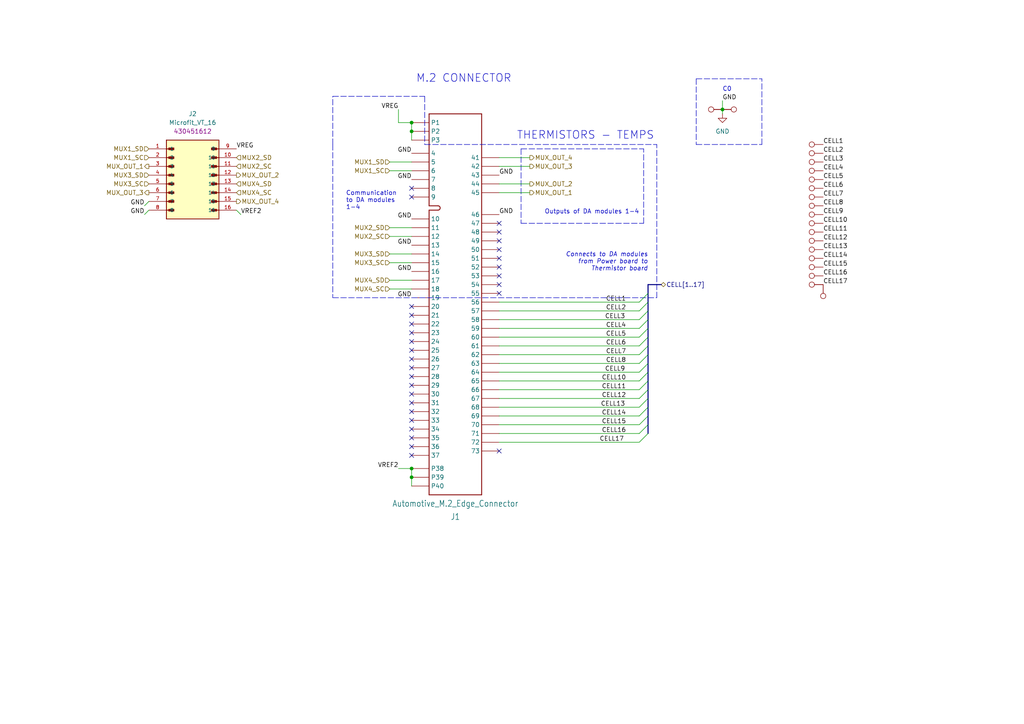
<source format=kicad_sch>
(kicad_sch (version 20211123) (generator eeschema)
  (paper "A4")
  (lib_symbols
    (symbol "Connector:TestPoint" (pin_numbers hide) (pin_names (offset 0.762) hide)
      (property "Reference" "TP" (at 0 6.858 0))
      (property "Value" "TestPoint" (at 0 5.08 0))
      (symbol "TestPoint_0_1"
        (circle (center 0 3.302) (radius 0.762))
      )
      (symbol "TestPoint_1_1"
        (pin passive line (at 0 0 90) (length 2.54) (name "1") (number "1"))
      )
    )
    (symbol "OEM:Microfit_VT_16" (pin_names (offset 1.016))
      (property "Reference" "J" (at -7.62 13.97 0))
      (property "Value" "Microfit_VT_16" (at -7.62 -12.7 0))
      (property "MPN" "430451612" (at 0 0 0))
      (symbol "Microfit_VT_16_0_0"
        (rectangle (start -7.62 -10.16) (end 7.62 12.7) (stroke (width 0.254)) (fill (type background)))
        (rectangle (start -6.985 -7.9375) (end -5.3975 -7.3025) (stroke (width 0.1)) (fill (type outline)))
        (rectangle (start -6.985 -5.3975) (end -5.3975 -4.7625) (stroke (width 0.1)) (fill (type outline)))
        (rectangle (start -6.985 -2.8575) (end -5.3975 -2.2225) (stroke (width 0.1)) (fill (type outline)))
        (rectangle (start -6.985 -0.3175) (end -5.3975 0.3175) (stroke (width 0.1)) (fill (type outline)))
        (rectangle (start -6.985 2.2225) (end -5.3975 2.8575) (stroke (width 0.1)) (fill (type outline)))
        (rectangle (start -6.985 4.7625) (end -5.3975 5.3975) (stroke (width 0.1)) (fill (type outline)))
        (rectangle (start -6.985 7.3025) (end -5.3975 7.9375) (stroke (width 0.1)) (fill (type outline)))
        (rectangle (start -6.985 9.8425) (end -5.3975 10.4775) (stroke (width 0.1)) (fill (type outline)))
        (polyline (pts (xy -7.62 -7.62) (xy -5.715 -7.62)) (stroke (width 0.254)))
        (polyline (pts (xy -7.62 -5.08) (xy -5.715 -5.08)) (stroke (width 0.254)))
        (polyline (pts (xy -7.62 -2.54) (xy -5.715 -2.54)) (stroke (width 0.254)))
        (polyline (pts (xy -7.62 0) (xy -5.715 0)) (stroke (width 0.254)))
        (polyline (pts (xy -7.62 2.54) (xy -5.715 2.54)) (stroke (width 0.254)))
        (polyline (pts (xy -7.62 5.08) (xy -5.715 5.08)) (stroke (width 0.254)))
        (polyline (pts (xy -7.62 7.62) (xy -5.715 7.62)) (stroke (width 0.254)))
        (polyline (pts (xy -7.62 10.16) (xy -5.715 10.16)) (stroke (width 0.254)))
        (polyline (pts (xy 7.62 -7.62) (xy 5.715 -7.62)) (stroke (width 0.254)))
        (polyline (pts (xy 7.62 -5.08) (xy 5.715 -5.08)) (stroke (width 0.254)))
        (polyline (pts (xy 7.62 -2.54) (xy 5.715 -2.54)) (stroke (width 0.254)))
        (polyline (pts (xy 7.62 0) (xy 5.715 0)) (stroke (width 0.254)))
        (polyline (pts (xy 7.62 2.54) (xy 5.715 2.54)) (stroke (width 0.254)))
        (polyline (pts (xy 7.62 5.08) (xy 5.715 5.08)) (stroke (width 0.254)))
        (polyline (pts (xy 7.62 7.62) (xy 5.715 7.62)) (stroke (width 0.254)))
        (polyline (pts (xy 7.62 10.16) (xy 5.715 10.16)) (stroke (width 0.254)))
        (rectangle (start 5.3975 -7.9375) (end 6.985 -7.3025) (stroke (width 0.1)) (fill (type outline)))
        (rectangle (start 5.3975 -5.3975) (end 6.985 -4.7625) (stroke (width 0.1)) (fill (type outline)))
        (rectangle (start 5.3975 -2.8575) (end 6.985 -2.2225) (stroke (width 0.1)) (fill (type outline)))
        (rectangle (start 5.3975 -0.3175) (end 6.985 0.3175) (stroke (width 0.1)) (fill (type outline)))
        (rectangle (start 5.3975 2.2225) (end 6.985 2.8575) (stroke (width 0.1)) (fill (type outline)))
        (rectangle (start 5.3975 4.7625) (end 6.985 5.3975) (stroke (width 0.1)) (fill (type outline)))
        (rectangle (start 5.3975 7.3025) (end 6.985 7.9375) (stroke (width 0.1)) (fill (type outline)))
        (rectangle (start 5.3975 9.8425) (end 6.985 10.4775) (stroke (width 0.1)) (fill (type outline)))
        (pin passive line (at -12.7 10.16 0) (length 5.08) (name "1") (number "1"))
        (pin passive line (at 12.7 7.62 180) (length 5.08) (name "10") (number "10"))
        (pin passive line (at 12.7 5.08 180) (length 5.08) (name "11") (number "11"))
        (pin passive line (at 12.7 2.54 180) (length 5.08) (name "12") (number "12"))
        (pin passive line (at 12.7 0 180) (length 5.08) (name "13") (number "13"))
        (pin passive line (at 12.7 -2.54 180) (length 5.08) (name "14") (number "14"))
        (pin passive line (at 12.7 -5.08 180) (length 5.08) (name "15") (number "15"))
        (pin passive line (at 12.7 -7.62 180) (length 5.08) (name "16") (number "16"))
        (pin passive line (at -12.7 7.62 0) (length 5.08) (name "2") (number "2"))
        (pin passive line (at -12.7 5.08 0) (length 5.08) (name "3") (number "3"))
        (pin passive line (at -12.7 2.54 0) (length 5.08) (name "4") (number "4"))
        (pin passive line (at -12.7 0 0) (length 5.08) (name "5") (number "5"))
        (pin passive line (at -12.7 -2.54 0) (length 5.08) (name "6") (number "6"))
        (pin passive line (at -12.7 -5.08 0) (length 5.08) (name "7") (number "7"))
        (pin passive line (at -12.7 -7.62 0) (length 5.08) (name "8") (number "8"))
        (pin passive line (at 12.7 10.16 180) (length 5.08) (name "9") (number "9"))
      )
    )
    (symbol "formula:Automotive_M.2"
      (property "Reference" "J?" (at 1.27 49.53 0))
      (property "Value" "Automotive_M.2" (at 7.62 45.72 0))
      (symbol "Automotive_M.2_0_1"
        (arc (start -5.0436 15.2415) (mid -4.4198 15.8765) (end -5.0436 16.5115) (stroke (width 0.25)))
        (polyline (pts (xy -7.62 15.24) (xy -5.08 15.24)) (stroke (width 0.25)))
        (polyline (pts (xy -7.62 16.51) (xy -5.08 16.51)) (stroke (width 0.25)))
        (polyline (pts (xy -7.62 43.18) (xy -7.62 16.51)) (stroke (width 0.25)))
        (polyline (pts (xy 7.62 -67.31) (xy -7.62 -67.31)) (stroke (width 0.25)))
      )
      (symbol "Automotive_M.2_1_0"
        (polyline (pts (xy -7.62 -67.31) (xy -7.62 15.24)) (stroke (width 0.254)))
        (polyline (pts (xy 7.62 43.18) (xy -7.62 43.18)) (stroke (width 0.254)))
        (polyline (pts (xy 7.62 43.18) (xy 7.62 -67.31)) (stroke (width 0.254)))
        (pin bidirectional line (at -12.7 12.7 0) (length 5.08) (name "10") (number "10"))
        (pin bidirectional line (at -12.7 10.16 0) (length 5.08) (name "11") (number "11"))
        (pin bidirectional line (at -12.7 7.62 0) (length 5.08) (name "12") (number "12"))
        (pin bidirectional line (at -12.7 5.08 0) (length 5.08) (name "13") (number "13"))
        (pin bidirectional line (at -12.7 2.54 0) (length 5.08) (name "14") (number "14"))
        (pin bidirectional line (at -12.7 0 0) (length 5.08) (name "15") (number "15"))
        (pin bidirectional line (at -12.7 -2.54 0) (length 5.08) (name "16") (number "16"))
        (pin bidirectional line (at -12.7 -5.08 0) (length 5.08) (name "17") (number "17"))
        (pin bidirectional line (at -12.7 -7.62 0) (length 5.08) (name "18") (number "18"))
        (pin bidirectional line (at -12.7 -10.16 0) (length 5.08) (name "19") (number "19"))
        (pin bidirectional line (at -12.7 -12.7 0) (length 5.08) (name "20") (number "20"))
        (pin bidirectional line (at -12.7 -15.24 0) (length 5.08) (name "21") (number "21"))
        (pin bidirectional line (at -12.7 -17.78 0) (length 5.08) (name "22") (number "22"))
        (pin bidirectional line (at -12.7 -20.32 0) (length 5.08) (name "23") (number "23"))
        (pin bidirectional line (at -12.7 -22.86 0) (length 5.08) (name "24") (number "24"))
        (pin bidirectional line (at -12.7 -25.4 0) (length 5.08) (name "25") (number "25"))
        (pin bidirectional line (at -12.7 -27.94 0) (length 5.08) (name "26") (number "26"))
        (pin bidirectional line (at -12.7 -30.48 0) (length 5.08) (name "27") (number "27"))
        (pin bidirectional line (at -12.7 -33.02 0) (length 5.08) (name "28") (number "28"))
        (pin bidirectional line (at -12.7 -35.56 0) (length 5.08) (name "29") (number "29"))
        (pin bidirectional line (at -12.7 -38.1 0) (length 5.08) (name "30") (number "30"))
        (pin bidirectional line (at -12.7 -40.64 0) (length 5.08) (name "31") (number "31"))
        (pin bidirectional line (at -12.7 -43.18 0) (length 5.08) (name "32") (number "32"))
        (pin bidirectional line (at -12.7 -45.72 0) (length 5.08) (name "33") (number "33"))
        (pin bidirectional line (at -12.7 -48.26 0) (length 5.08) (name "34") (number "34"))
        (pin bidirectional line (at -12.7 -50.8 0) (length 5.08) (name "35") (number "35"))
        (pin bidirectional line (at -12.7 -53.34 0) (length 5.08) (name "36") (number "36"))
        (pin bidirectional line (at -12.7 -55.88 0) (length 5.08) (name "37") (number "37"))
        (pin bidirectional line (at -12.7 31.75 0) (length 5.08) (name "4") (number "4"))
        (pin bidirectional line (at 12.7 30.48 180) (length 5.08) (name "41") (number "41"))
        (pin bidirectional line (at 12.7 27.94 180) (length 5.08) (name "42") (number "42"))
        (pin bidirectional line (at 12.7 25.4 180) (length 5.08) (name "43") (number "43"))
        (pin bidirectional line (at 12.7 22.86 180) (length 5.08) (name "44") (number "44"))
        (pin bidirectional line (at 12.7 20.32 180) (length 5.08) (name "45") (number "45"))
        (pin bidirectional line (at 12.7 13.97 180) (length 5.08) (name "46") (number "46"))
        (pin bidirectional line (at 12.7 11.43 180) (length 5.08) (name "47") (number "47"))
        (pin bidirectional line (at 12.7 8.89 180) (length 5.08) (name "48") (number "48"))
        (pin bidirectional line (at 12.7 6.35 180) (length 5.08) (name "49") (number "49"))
        (pin bidirectional line (at -12.7 29.21 0) (length 5.08) (name "5") (number "5"))
        (pin bidirectional line (at 12.7 3.81 180) (length 5.08) (name "50") (number "50"))
        (pin bidirectional line (at 12.7 1.27 180) (length 5.08) (name "51") (number "51"))
        (pin bidirectional line (at 12.7 -1.27 180) (length 5.08) (name "52") (number "52"))
        (pin bidirectional line (at 12.7 -3.81 180) (length 5.08) (name "53") (number "53"))
        (pin bidirectional line (at 12.7 -6.35 180) (length 5.08) (name "54") (number "54"))
        (pin bidirectional line (at 12.7 -8.89 180) (length 5.08) (name "55") (number "55"))
        (pin bidirectional line (at 12.7 -11.43 180) (length 5.08) (name "56") (number "56"))
        (pin bidirectional line (at 12.7 -13.97 180) (length 5.08) (name "57") (number "57"))
        (pin bidirectional line (at 12.7 -16.51 180) (length 5.08) (name "58") (number "58"))
        (pin bidirectional line (at 12.7 -19.05 180) (length 5.08) (name "59") (number "59"))
        (pin bidirectional line (at -12.7 26.67 0) (length 5.08) (name "6") (number "6"))
        (pin bidirectional line (at 12.7 -21.59 180) (length 5.08) (name "60") (number "60"))
        (pin bidirectional line (at 12.7 -24.13 180) (length 5.08) (name "61") (number "61"))
        (pin bidirectional line (at 12.7 -26.67 180) (length 5.08) (name "62") (number "62"))
        (pin bidirectional line (at 12.7 -29.21 180) (length 5.08) (name "63") (number "63"))
        (pin bidirectional line (at 12.7 -31.75 180) (length 5.08) (name "64") (number "64"))
        (pin bidirectional line (at 12.7 -34.29 180) (length 5.08) (name "65") (number "65"))
        (pin bidirectional line (at 12.7 -36.83 180) (length 5.08) (name "66") (number "66"))
        (pin bidirectional line (at 12.7 -39.37 180) (length 5.08) (name "67") (number "67"))
        (pin bidirectional line (at 12.7 -41.91 180) (length 5.08) (name "68") (number "68"))
        (pin bidirectional line (at 12.7 -44.45 180) (length 5.08) (name "69") (number "69"))
        (pin bidirectional line (at -12.7 24.13 0) (length 5.08) (name "7") (number "7"))
        (pin bidirectional line (at 12.7 -46.99 180) (length 5.08) (name "70") (number "70"))
        (pin bidirectional line (at 12.7 -49.53 180) (length 5.08) (name "71") (number "71"))
        (pin bidirectional line (at 12.7 -52.07 180) (length 5.08) (name "72") (number "72"))
        (pin bidirectional line (at 12.7 -54.61 180) (length 5.08) (name "73") (number "73"))
        (pin bidirectional line (at -12.7 21.59 0) (length 5.08) (name "8") (number "8"))
        (pin bidirectional line (at -12.7 19.05 0) (length 5.08) (name "9") (number "9"))
        (pin bidirectional line (at -12.7 40.64 0) (length 5.08) (name "P1") (number "P1"))
        (pin bidirectional line (at -12.7 38.1 0) (length 5.08) (name "P2") (number "P2"))
        (pin bidirectional line (at -12.7 35.56 0) (length 5.08) (name "P3") (number "P3"))
        (pin bidirectional line (at -12.7 -59.69 0) (length 5.08) (name "P38") (number "P38"))
        (pin bidirectional line (at -12.7 -62.23 0) (length 5.08) (name "P39") (number "P39"))
        (pin bidirectional line (at -12.7 -64.77 0) (length 5.08) (name "P40") (number "P40"))
      )
    )
    (symbol "power:GND" (power) (pin_names (offset 0))
      (property "Value" "GND" (at 0 -3.81 0))
      (symbol "GND_0_1"
        (polyline (pts (xy 0 0) (xy 0 -1.27) (xy 1.27 -1.27) (xy 0 -2.54) (xy -1.27 -1.27) (xy 0 -1.27)))
      )
      (symbol "GND_1_1"
        (pin power_in line (at 0 0 270) (length 0) hide (name "GND") (number "1"))
      )
    )
  )
  (junction (at 119.38 138.43))
  (junction (at 209.55 31.75))
  (junction (at 119.38 38.1))
  (junction (at 119.38 35.56))
  (junction (at 119.38 135.89))
  (no_connect (at 144.78 64.77))
  (no_connect (at 119.38 104.14))
  (no_connect (at 119.38 109.22))
  (no_connect (at 119.38 111.76))
  (no_connect (at 119.38 88.9))
  (no_connect (at 144.78 67.31))
  (no_connect (at 144.78 82.55))
  (no_connect (at 119.38 54.61))
  (no_connect (at 119.38 132.08))
  (no_connect (at 119.38 57.15))
  (no_connect (at 119.38 96.52))
  (no_connect (at 144.78 74.93))
  (no_connect (at 144.78 77.47))
  (no_connect (at 119.38 129.54))
  (no_connect (at 119.38 106.68))
  (no_connect (at 144.78 72.39))
  (no_connect (at 119.38 114.3))
  (no_connect (at 144.78 85.09))
  (no_connect (at 119.38 101.6))
  (no_connect (at 119.38 91.44))
  (no_connect (at 119.38 121.92))
  (no_connect (at 144.78 80.01))
  (no_connect (at 144.78 130.81))
  (no_connect (at 144.78 69.85))
  (no_connect (at 119.38 119.38))
  (no_connect (at 119.38 116.84))
  (no_connect (at 119.38 124.46))
  (no_connect (at 119.38 93.98))
  (no_connect (at 119.38 99.06))
  (no_connect (at 119.38 127))
  (bus_entry (at 187.96 105.41) (size -2.54 2.54))
  (bus_entry (at 187.96 85.09) (size -2.54 2.54))
  (bus_entry (at 187.96 92.71) (size -2.54 2.54))
  (bus_entry (at 187.96 107.95) (size -2.54 2.54))
  (bus_entry (at 187.96 118.11) (size -2.54 2.54))
  (bus_entry (at 187.96 115.57) (size -2.54 2.54))
  (bus_entry (at 187.96 95.25) (size -2.54 2.54))
  (bus_entry (at 187.96 100.33) (size -2.54 2.54))
  (bus_entry (at 187.96 123.19) (size -2.54 2.54))
  (bus_entry (at 187.96 113.03) (size -2.54 2.54))
  (bus_entry (at 187.96 120.65) (size -2.54 2.54))
  (bus_entry (at 187.96 102.87) (size -2.54 2.54))
  (bus_entry (at 187.96 125.73) (size -2.54 2.54))
  (bus_entry (at 187.96 90.17) (size -2.54 2.54))
  (bus_entry (at 187.96 97.79) (size -2.54 2.54))
  (bus_entry (at 187.96 87.63) (size -2.54 2.54))
  (bus_entry (at 187.96 110.49) (size -2.54 2.54))
  (wire (pts (xy 41.91 62.23) (xy 43.18 60.96)))
  (bus (pts (xy 187.96 113.03) (xy 187.96 115.57)))
  (polyline (pts (xy 96.52 41.91) (xy 96.52 86.36)))
  (wire (pts (xy 185.42 90.17) (xy 144.78 90.17)))
  (bus (pts (xy 191.77 82.55) (xy 187.96 82.55)))
  (bus (pts (xy 187.96 107.95) (xy 187.96 110.49)))
  (wire (pts (xy 113.03 68.58) (xy 119.38 68.58)))
  (wire (pts (xy 185.42 128.27) (xy 144.78 128.27)))
  (polyline (pts (xy 201.93 41.91) (xy 220.98 41.91)))
  (bus (pts (xy 187.96 90.17) (xy 187.96 92.71)))
  (bus (pts (xy 187.96 115.57) (xy 187.96 118.11)))
  (polyline (pts (xy 186.69 64.77) (xy 186.69 43.18)))
  (wire (pts (xy 119.38 138.43) (xy 119.38 140.97)))
  (bus (pts (xy 187.96 95.25) (xy 187.96 97.79)))
  (wire (pts (xy 185.42 95.25) (xy 144.78 95.25)))
  (wire (pts (xy 185.42 102.87) (xy 144.78 102.87)))
  (wire (pts (xy 119.38 38.1) (xy 119.38 40.64)))
  (wire (pts (xy 115.57 35.56) (xy 119.38 35.56)))
  (wire (pts (xy 185.42 118.11) (xy 144.78 118.11)))
  (polyline (pts (xy 190.5 86.36) (xy 190.5 41.91)))
  (polyline (pts (xy 151.13 43.18) (xy 151.13 64.77)))
  (wire (pts (xy 185.42 113.03) (xy 144.78 113.03)))
  (wire (pts (xy 69.85 62.23) (xy 68.58 60.96)))
  (wire (pts (xy 185.42 123.19) (xy 144.78 123.19)))
  (polyline (pts (xy 151.13 43.18) (xy 186.69 43.18)))
  (wire (pts (xy 119.38 35.56) (xy 119.38 38.1)))
  (bus (pts (xy 187.96 123.19) (xy 187.96 125.73)))
  (polyline (pts (xy 123.19 41.91) (xy 190.5 41.91)))
  (wire (pts (xy 115.57 31.75) (xy 115.57 35.56)))
  (wire (pts (xy 185.42 120.65) (xy 144.78 120.65)))
  (polyline (pts (xy 151.13 64.77) (xy 186.69 64.77)))
  (wire (pts (xy 113.03 76.2) (xy 119.38 76.2)))
  (polyline (pts (xy 123.19 27.94) (xy 123.19 41.91)))
  (bus (pts (xy 187.96 92.71) (xy 187.96 95.25)))
  (wire (pts (xy 185.42 115.57) (xy 144.78 115.57)))
  (bus (pts (xy 187.96 87.63) (xy 187.96 90.17)))
  (wire (pts (xy 113.03 49.53) (xy 119.38 49.53)))
  (bus (pts (xy 187.96 110.49) (xy 187.96 113.03)))
  (wire (pts (xy 119.38 135.89) (xy 119.38 138.43)))
  (bus (pts (xy 187.96 105.41) (xy 187.96 107.95)))
  (polyline (pts (xy 220.98 41.91) (xy 220.98 22.86)))
  (wire (pts (xy 41.91 59.69) (xy 43.18 58.42)))
  (bus (pts (xy 187.96 100.33) (xy 187.96 102.87)))
  (wire (pts (xy 115.57 135.89) (xy 119.38 135.89)))
  (bus (pts (xy 187.96 82.55) (xy 187.96 85.09)))
  (wire (pts (xy 113.03 66.04) (xy 119.38 66.04)))
  (polyline (pts (xy 96.52 86.36) (xy 190.5 86.36)))
  (wire (pts (xy 209.55 29.21) (xy 209.55 31.75)))
  (wire (pts (xy 185.42 87.63) (xy 144.78 87.63)))
  (wire (pts (xy 113.03 81.28) (xy 119.38 81.28)))
  (bus (pts (xy 187.96 102.87) (xy 187.96 105.41)))
  (wire (pts (xy 185.42 125.73) (xy 144.78 125.73)))
  (polyline (pts (xy 96.52 27.94) (xy 123.19 27.94)))
  (bus (pts (xy 187.96 118.11) (xy 187.96 120.65)))
  (bus (pts (xy 187.96 120.65) (xy 187.96 123.19)))
  (wire (pts (xy 113.03 83.82) (xy 119.38 83.82)))
  (wire (pts (xy 185.42 105.41) (xy 144.78 105.41)))
  (wire (pts (xy 153.67 48.26) (xy 144.78 48.26)))
  (wire (pts (xy 153.67 45.72) (xy 144.78 45.72)))
  (polyline (pts (xy 201.93 22.86) (xy 201.93 41.91)))
  (wire (pts (xy 153.67 53.34) (xy 144.78 53.34)))
  (wire (pts (xy 113.03 73.66) (xy 119.38 73.66)))
  (bus (pts (xy 187.96 85.09) (xy 187.96 87.63)))
  (wire (pts (xy 185.42 107.95) (xy 144.78 107.95)))
  (bus (pts (xy 187.96 97.79) (xy 187.96 100.33)))
  (wire (pts (xy 209.55 31.75) (xy 209.55 33.02)))
  (wire (pts (xy 185.42 110.49) (xy 144.78 110.49)))
  (wire (pts (xy 185.42 100.33) (xy 144.78 100.33)))
  (wire (pts (xy 113.03 46.99) (xy 119.38 46.99)))
  (wire (pts (xy 153.67 55.88) (xy 144.78 55.88)))
  (wire (pts (xy 185.42 97.79) (xy 144.78 97.79)))
  (polyline (pts (xy 96.52 41.91) (xy 96.52 27.94)))
  (polyline (pts (xy 201.93 22.86) (xy 220.98 22.86)))
  (wire (pts (xy 185.42 92.71) (xy 144.78 92.71)))
  (text "THERMISTORS - TEMPS" (at 149.86 40.64 0) (effects (font (size 2.2606 2.2606)) (justify left bottom)))
  (text "Outputs of DA modules 1-4" (at 185.42 62.23 180) (effects (font (size 1.27 1.27)) (justify right bottom)))
  (text "M.2 CONNECTOR" (at 120.65 24.13 0) (effects (font (size 2.2606 2.2606)) (justify left bottom)))
  (text "Communication\nto DA modules\n1-4" (at 100.33 60.96 0) (effects (font (size 1.27 1.27)) (justify left bottom)))
  (text "Connects to DA modules\nfrom Power board to\nThermistor board" (at 187.96 78.74 180) (effects (font (size 1.27 1.27) italic) (justify right bottom)))
  (text "C0" (at 209.55 26.67 0) (effects (font (size 1.27 1.27)) (justify left bottom)))
  (label "GND" (at 144.78 62.23 0))
  (label "CELL8" (at 181.61 105.41 180))
  (label "CELL2" (at 238.76 44.45 0))
  (label "GND" (at 119.38 52.07 180))
  (label "CELL6" (at 238.76 54.61 0))
  (label "CELL16" (at 238.76 80.01 0))
  (label "CELL7" (at 181.61 102.87 180))
  (label "CELL12" (at 181.61 115.57 180))
  (label "CELL14" (at 238.76 74.93 0))
  (label "CELL2" (at 181.61 90.17 180))
  (label "CELL12" (at 238.76 69.85 0))
  (label "GND" (at 119.38 86.36 180))
  (label "CELL15" (at 238.76 77.47 0))
  (label "CELL3" (at 238.76 46.99 0))
  (label "CELL17" (at 180.9824 128.27 180))
  (label "CELL14" (at 181.61 120.65 180))
  (label "CELL15" (at 181.61 123.19 180))
  (label "CELL10" (at 181.61 110.49 180))
  (label "CELL9" (at 238.76 62.23 0))
  (label "CELL5" (at 238.76 52.07 0))
  (label "CELL17" (at 238.76 82.55 0))
  (label "GND" (at 119.38 78.74 180))
  (label "CELL13" (at 238.76 72.39 0))
  (label "CELL9" (at 181.3315 107.95 180))
  (label "CELL8" (at 238.76 59.69 0))
  (label "VREF2" (at 115.57 135.89 180))
  (label "CELL5" (at 181.61 97.79 180))
  (label "VREG" (at 115.57 31.75 180))
  (label "GND" (at 119.38 44.45 180))
  (label "CELL1" (at 238.76 41.91 0))
  (label "CELL3" (at 181.3315 92.71 180))
  (label "CELL13" (at 181.3315 118.11 180))
  (label "GND" (at 119.38 63.5 180))
  (label "GND" (at 119.38 71.12 180))
  (label "VREG" (at 68.58 43.18 0))
  (label "GND" (at 209.55 29.21 0))
  (label "CELL4" (at 181.61 95.25 180))
  (label "GND" (at 144.78 50.8 0))
  (label "CELL16" (at 181.61 125.73 180))
  (label "CELL10" (at 238.76 64.77 0))
  (label "CELL11" (at 181.61 113.03 180))
  (label "CELL4" (at 238.76 49.53 0))
  (label "CELL6" (at 181.61 100.33 180))
  (label "VREF2" (at 69.85 62.23 0))
  (label "CELL1" (at 181.61 87.63 180))
  (label "GND" (at 41.91 62.23 180))
  (label "CELL11" (at 238.76 67.31 0))
  (label "CELL7" (at 238.76 57.15 0))
  (label "GND" (at 41.91 59.69 180))
  (hierarchical_label "MUX2_SC" (shape input) (at 68.58 48.26 0))
  (hierarchical_label "MUX_OUT_4" (shape output) (at 153.67 45.72 0))
  (hierarchical_label "MUX1_SD" (shape input) (at 43.18 43.18 180))
  (hierarchical_label "MUX1_SD" (shape input) (at 113.03 46.99 180))
  (hierarchical_label "MUX3_SC" (shape input) (at 43.18 53.34 180))
  (hierarchical_label "MUX4_SD" (shape input) (at 68.58 53.34 0))
  (hierarchical_label "CELL[1..17]" (shape bidirectional) (at 191.77 82.55 0))
  (hierarchical_label "MUX2_SD" (shape input) (at 113.03 66.04 180))
  (hierarchical_label "MUX1_SC" (shape input) (at 43.18 45.72 180))
  (hierarchical_label "MUX2_SC" (shape input) (at 113.03 68.58 180))
  (hierarchical_label "MUX_OUT_2" (shape output) (at 68.58 50.8 0))
  (hierarchical_label "MUX_OUT_3" (shape output) (at 153.67 48.26 0))
  (hierarchical_label "MUX3_SC" (shape input) (at 113.03 76.2 180))
  (hierarchical_label "MUX4_SC" (shape input) (at 113.03 83.82 180))
  (hierarchical_label "MUX3_SD" (shape input) (at 43.18 50.8 180))
  (hierarchical_label "MUX1_SC" (shape input) (at 113.03 49.53 180))
  (hierarchical_label "MUX_OUT_2" (shape output) (at 153.67 53.34 0))
  (hierarchical_label "MUX_OUT_3" (shape output) (at 43.18 55.88 180))
  (hierarchical_label "MUX4_SD" (shape input) (at 113.03 81.28 180))
  (hierarchical_label "MUX_OUT_1" (shape output) (at 43.18 48.26 180))
  (hierarchical_label "MUX3_SD" (shape input) (at 113.03 73.66 180))
  (hierarchical_label "MUX2_SD" (shape input) (at 68.58 45.72 0))
  (hierarchical_label "MUX_OUT_4" (shape output) (at 68.58 58.42 0))
  (hierarchical_label "MUX_OUT_1" (shape output) (at 153.67 55.88 0))
  (hierarchical_label "MUX4_SC" (shape input) (at 68.58 55.88 0))
  (symbol (lib_id "OEM:Microfit_VT_16") (at 55.88 53.34 0) (unit 1)
    (property "Reference" "J2" (at 55.88 33.02 0))
    (property "Value" "Microfit_VT_16" (at 55.88 35.56 0))
    (property "Footprint" "OEM:Microfit_VT_16" (effects hide))
    (property "MPN" "430451612" (at 55.88 38.1 0))
  )
  (symbol (lib_id "Connector:TestPoint") (at 238.76 80.01 90) (unit 1)
    (property "Reference" "TP16" (effects hide))
    (property "Value" "TestPoint" (effects hide))
    (property "Footprint" "OEM:Bond Pad" (effects hide))
  )
  (symbol (lib_id "Connector:TestPoint") (at 238.76 54.61 90) (unit 1)
    (property "Reference" "TP6" (effects hide))
    (property "Value" "TestPoint" (effects hide))
    (property "Footprint" "OEM:Bond Pad" (effects hide))
  )
  (symbol (lib_id "Connector:TestPoint") (at 238.76 44.45 90) (unit 1)
    (property "Reference" "TP2" (effects hide))
    (property "Value" "TestPoint" (effects hide))
    (property "Footprint" "OEM:Bond Pad" (effects hide))
  )
  (symbol (lib_id "Connector:TestPoint") (at 238.76 57.15 90) (unit 1)
    (property "Reference" "TP7" (effects hide))
    (property "Value" "TestPoint" (effects hide))
    (property "Footprint" "OEM:Bond Pad" (effects hide))
  )
  (symbol (lib_id "Connector:TestPoint") (at 238.76 77.47 90) (unit 1)
    (property "Reference" "TP15" (effects hide))
    (property "Value" "TestPoint" (effects hide))
    (property "Footprint" "OEM:Bond Pad" (effects hide))
  )
  (symbol (lib_id "Connector:TestPoint") (at 238.76 46.99 90) (unit 1)
    (property "Reference" "TP3" (effects hide))
    (property "Value" "TestPoint" (effects hide))
    (property "Footprint" "OEM:Bond Pad" (effects hide))
  )
  (symbol (lib_id "Connector:TestPoint") (at 238.76 41.91 90) (unit 1)
    (property "Reference" "TP1" (effects hide))
    (property "Value" "TestPoint" (effects hide))
    (property "Footprint" "OEM:Bond Pad" (effects hide))
  )
  (symbol (lib_id "formula:Automotive_M.2") (at 132.08 76.2 0) (unit 1)
    (property "Reference" "J1" (at 132.08 149.86 0) (effects (font (size 1.778 1.5113))))
    (property "Value" "Automotive_M.2_Edge_Connector" (at 132.08 146.05 0) (effects (font (size 1.778 1.5113))))
    (property "Footprint" "footprints:Automotive_M.2" (effects hide))
  )
  (symbol (lib_id "power:GND") (at 209.55 33.02 0) (unit 1)
    (property "Reference" "#PWR?" (effects hide))
    (property "Value" "GND" (at 209.55 38.1 0))
  )
  (symbol (lib_id "Connector:TestPoint") (at 238.76 64.77 90) (unit 1)
    (property "Reference" "TP10" (effects hide))
    (property "Value" "TestPoint" (effects hide))
    (property "Footprint" "OEM:Bond Pad" (effects hide))
  )
  (symbol (lib_id "Connector:TestPoint") (at 238.76 49.53 90) (unit 1)
    (property "Reference" "TP4" (effects hide))
    (property "Value" "TestPoint" (effects hide))
    (property "Footprint" "OEM:Bond Pad" (effects hide))
  )
  (symbol (lib_id "Connector:TestPoint") (at 209.55 31.75 270) (unit 1)
    (property "Reference" "TP19" (effects hide))
    (property "Value" "TestPoint" (effects hide))
    (property "Footprint" "OEM:Wurth-7461115" (effects hide))
  )
  (symbol (lib_id "Connector:TestPoint") (at 238.76 74.93 90) (unit 1)
    (property "Reference" "TP14" (effects hide))
    (property "Value" "TestPoint" (effects hide))
    (property "Footprint" "OEM:Bond Pad" (effects hide))
  )
  (symbol (lib_id "Connector:TestPoint") (at 238.76 72.39 90) (unit 1)
    (property "Reference" "TP13" (effects hide))
    (property "Value" "TestPoint" (effects hide))
    (property "Footprint" "OEM:Bond Pad" (effects hide))
  )
  (symbol (lib_id "Connector:TestPoint") (at 238.76 67.31 90) (unit 1)
    (property "Reference" "TP11" (effects hide))
    (property "Value" "TestPoint" (effects hide))
    (property "Footprint" "OEM:Bond Pad" (effects hide))
  )
  (symbol (lib_id "Connector:TestPoint") (at 238.76 62.23 90) (unit 1)
    (property "Reference" "TP9" (effects hide))
    (property "Value" "TestPoint" (effects hide))
    (property "Footprint" "OEM:Bond Pad" (effects hide))
  )
  (symbol (lib_id "Connector:TestPoint") (at 238.76 82.55 180) (unit 1)
    (property "Reference" "TP20" (effects hide))
    (property "Value" "TestPoint" (effects hide))
    (property "Footprint" "OEM:Wurth-7461115" (effects hide))
  )
  (symbol (lib_id "Connector:TestPoint") (at 238.76 52.07 90) (unit 1)
    (property "Reference" "TP5" (effects hide))
    (property "Value" "TestPoint" (effects hide))
    (property "Footprint" "OEM:Bond Pad" (effects hide))
  )
  (symbol (lib_id "Connector:TestPoint") (at 238.76 82.55 90) (unit 1)
    (property "Reference" "TP17" (effects hide))
    (property "Value" "TestPoint" (effects hide))
    (property "Footprint" "OEM:Bond Pad" (effects hide))
  )
  (symbol (lib_id "Connector:TestPoint") (at 238.76 59.69 90) (unit 1)
    (property "Reference" "TP8" (effects hide))
    (property "Value" "TestPoint" (effects hide))
    (property "Footprint" "OEM:Bond Pad" (effects hide))
  )
  (symbol (lib_id "Connector:TestPoint") (at 238.76 69.85 90) (unit 1)
    (property "Reference" "TP12" (effects hide))
    (property "Value" "TestPoint" (effects hide))
    (property "Footprint" "OEM:Bond Pad" (effects hide))
  )
  (symbol (lib_id "Connector:TestPoint") (at 209.55 31.75 90) (unit 1)
    (property "Reference" "TP18" (effects hide))
    (property "Value" "TestPoint" (effects hide))
    (property "Footprint" "OEM:Bond Pad" (effects hide))
  )
)
</source>
